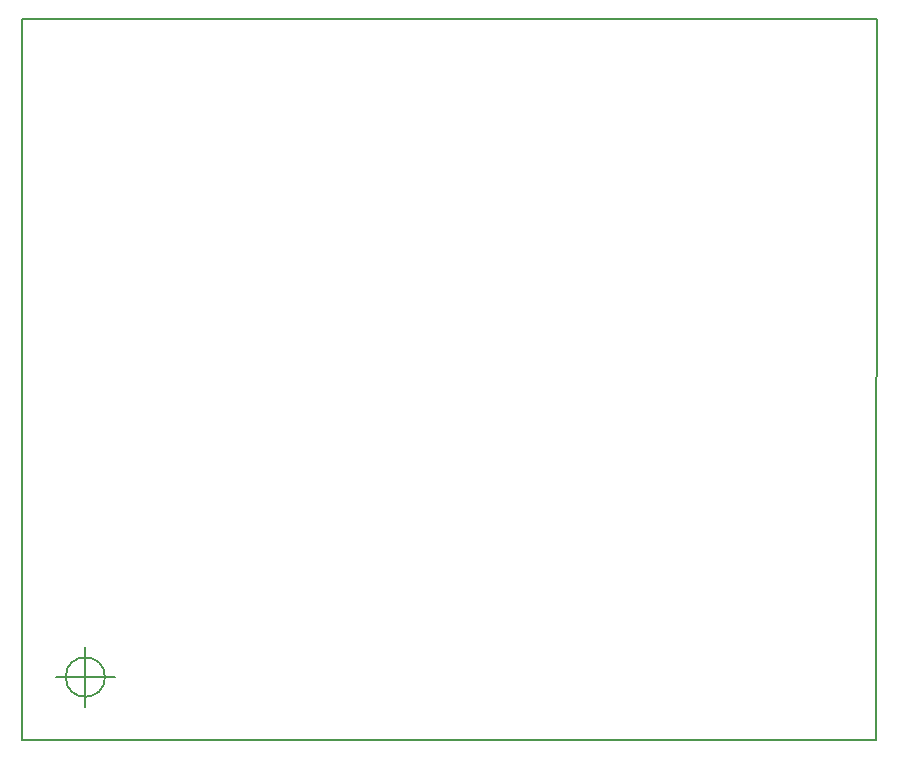
<source format=gbr>
G04 #@! TF.GenerationSoftware,KiCad,Pcbnew,5.0.2-bee76a0~70~ubuntu18.04.1*
G04 #@! TF.CreationDate,2019-05-08T10:40:33+01:00*
G04 #@! TF.ProjectId,lm2596_cc_vc,6c6d3235-3936-45f6-9363-5f76632e6b69,rev?*
G04 #@! TF.SameCoordinates,Original*
G04 #@! TF.FileFunction,Profile,NP*
%FSLAX46Y46*%
G04 Gerber Fmt 4.6, Leading zero omitted, Abs format (unit mm)*
G04 Created by KiCad (PCBNEW 5.0.2-bee76a0~70~ubuntu18.04.1) date Wed 08 May 2019 10:40:33 BST*
%MOMM*%
%LPD*%
G01*
G04 APERTURE LIST*
%ADD10C,0.150000*%
G04 APERTURE END LIST*
D10*
X51450666Y-123063000D02*
G75*
G03X51450666Y-123063000I-1666666J0D01*
G01*
X47284000Y-123063000D02*
X52284000Y-123063000D01*
X49784000Y-120563000D02*
X49784000Y-125563000D01*
X116713000Y-128397000D02*
X44450000Y-128397000D01*
X44450000Y-128397000D02*
X44450000Y-105410000D01*
X116840000Y-67310000D02*
X116713000Y-128397000D01*
X44450000Y-67310000D02*
X116840000Y-67310000D01*
X44450000Y-105410000D02*
X44450000Y-67310000D01*
M02*

</source>
